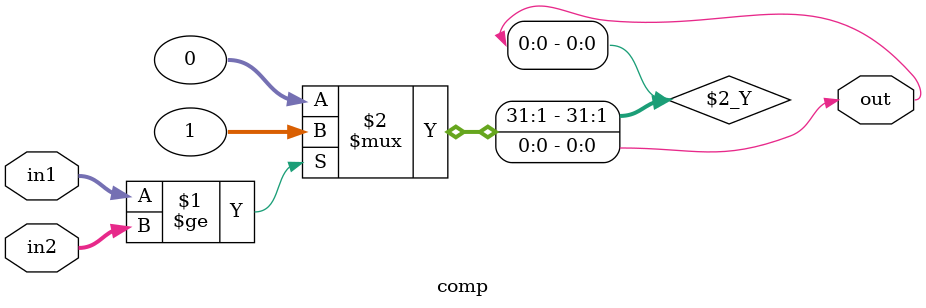
<source format=v>

`timescale 1ns/1ps
module comp #(
parameter   LEN = 8
)(
    in1,
    in2,
    out
);

	// *****************************************************************************
	

	// *****************************************************************************
	input	[LEN - 1 : 0]   in1;
	input	[LEN - 1 : 0]   in2;
	output out;

	// *****************************************************************************
	assign out = ( in1 >= in2 ) ? 1 : 0;

endmodule

</source>
